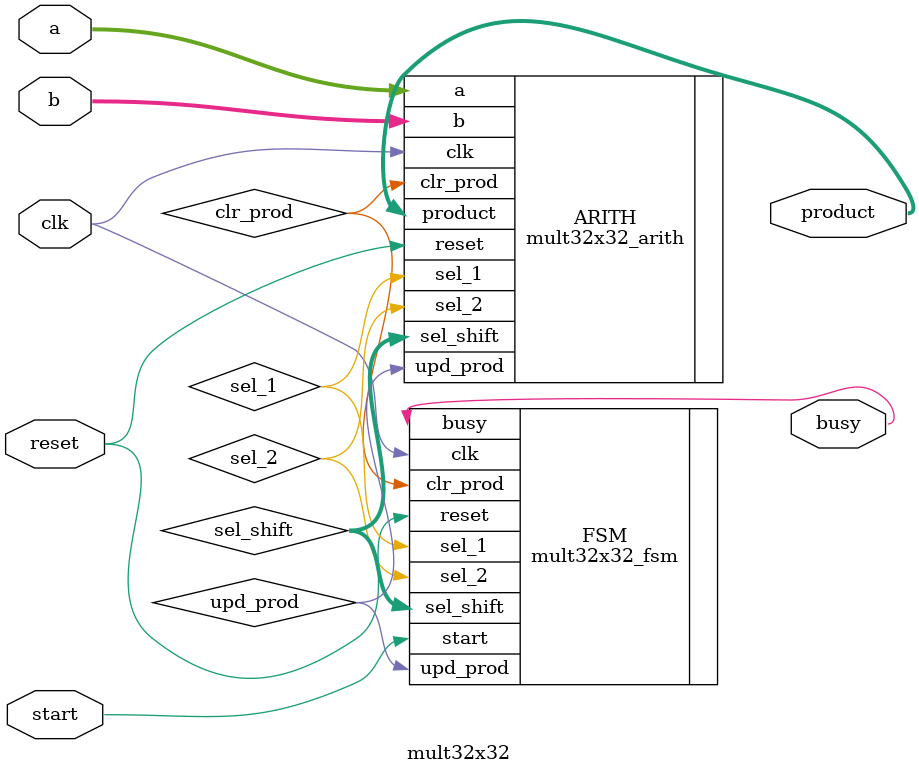
<source format=sv>
module mult32x32 (
    input logic clk,            // Clock
    input logic reset,          // Reset
    input logic start,          // Start signal
    input logic [31:0] a,       // Input a
    input logic [31:0] b,       // Input b
    output logic busy,          // Multiplier busy indication
    output logic [63:0] product // Miltiplication product
);
    logic upd_prod;
    logic clr_prod;
    logic [1:0] sel_shift;
	logic sel_1;
    logic sel_2;

	mult32x32_arith ARITH (.clk(clk), .reset(reset),.a(a),.b(b), .sel_1(sel_1),.sel_2(sel_2),.sel_shift(sel_shift),.upd_prod(upd_prod),.clr_prod(clr_prod),.product(product));
	mult32x32_fsm FSM (.clk(clk), .reset(reset), .start(start),.busy(busy),.sel_1(sel_1),.sel_2(sel_2),.sel_shift(sel_shift),.upd_prod(upd_prod),.clr_prod(clr_prod));
	
endmodule

</source>
